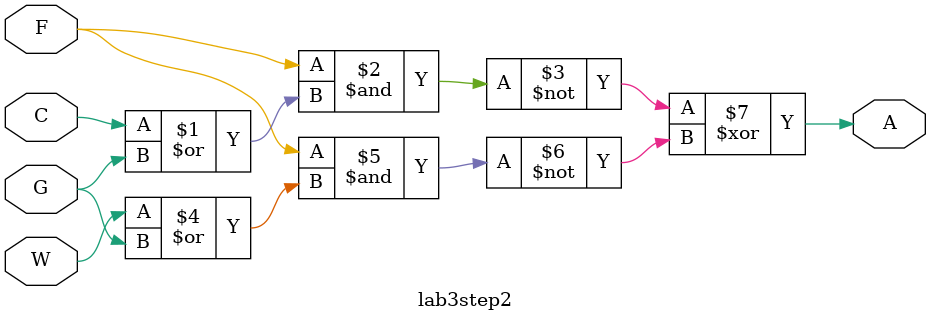
<source format=v>
module lab3step2(F,C,G,W,A);

input F,C,G,W;
output A;

assign A = ~(F & (C | G)) ^ ~(F & (W | G));

endmodule
</source>
